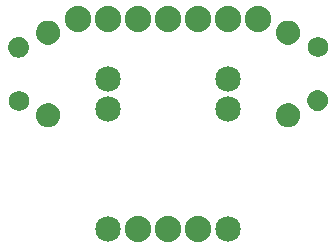
<source format=gts>
G04 MADE WITH FRITZING*
G04 WWW.FRITZING.ORG*
G04 DOUBLE SIDED*
G04 HOLES PLATED*
G04 CONTOUR ON CENTER OF CONTOUR VECTOR*
%ASAXBY*%
%FSLAX23Y23*%
%MOIN*%
%OFA0B0*%
%SFA1.0B1.0*%
%ADD10C,0.088000*%
%ADD11C,0.069055*%
%ADD12C,0.085000*%
%ADD13R,0.001000X0.001000*%
%LNMASK1*%
G90*
G70*
G54D10*
X690Y73D03*
X590Y73D03*
X490Y73D03*
G54D11*
X92Y500D03*
X1089Y678D03*
G54D12*
X390Y573D03*
X790Y573D03*
G54D10*
X890Y773D03*
X790Y773D03*
X690Y773D03*
X590Y773D03*
X490Y773D03*
X390Y773D03*
X290Y773D03*
G54D12*
X390Y473D03*
X390Y73D03*
X790Y473D03*
X790Y73D03*
G54D13*
X184Y767D02*
X196Y767D01*
X984Y767D02*
X996Y767D01*
X180Y766D02*
X200Y766D01*
X979Y766D02*
X1000Y766D01*
X176Y765D02*
X203Y765D01*
X976Y765D02*
X1003Y765D01*
X174Y764D02*
X206Y764D01*
X974Y764D02*
X1006Y764D01*
X172Y763D02*
X208Y763D01*
X972Y763D02*
X1008Y763D01*
X170Y762D02*
X210Y762D01*
X970Y762D02*
X1010Y762D01*
X168Y761D02*
X211Y761D01*
X968Y761D02*
X1011Y761D01*
X167Y760D02*
X213Y760D01*
X967Y760D02*
X1013Y760D01*
X166Y759D02*
X214Y759D01*
X966Y759D02*
X1014Y759D01*
X164Y758D02*
X215Y758D01*
X964Y758D02*
X1015Y758D01*
X163Y757D02*
X217Y757D01*
X963Y757D02*
X1017Y757D01*
X162Y756D02*
X218Y756D01*
X962Y756D02*
X1018Y756D01*
X161Y755D02*
X219Y755D01*
X961Y755D02*
X1019Y755D01*
X160Y754D02*
X220Y754D01*
X960Y754D02*
X1020Y754D01*
X159Y753D02*
X220Y753D01*
X959Y753D02*
X1020Y753D01*
X159Y752D02*
X221Y752D01*
X959Y752D02*
X1021Y752D01*
X158Y751D02*
X222Y751D01*
X958Y751D02*
X1022Y751D01*
X157Y750D02*
X223Y750D01*
X957Y750D02*
X1023Y750D01*
X157Y749D02*
X223Y749D01*
X956Y749D02*
X1023Y749D01*
X156Y748D02*
X224Y748D01*
X956Y748D02*
X1024Y748D01*
X155Y747D02*
X225Y747D01*
X955Y747D02*
X1024Y747D01*
X155Y746D02*
X225Y746D01*
X955Y746D02*
X1025Y746D01*
X154Y745D02*
X226Y745D01*
X954Y745D02*
X1026Y745D01*
X154Y744D02*
X226Y744D01*
X954Y744D02*
X1026Y744D01*
X153Y743D02*
X227Y743D01*
X953Y743D02*
X1027Y743D01*
X153Y742D02*
X227Y742D01*
X953Y742D02*
X1027Y742D01*
X152Y741D02*
X227Y741D01*
X952Y741D02*
X1027Y741D01*
X152Y740D02*
X228Y740D01*
X952Y740D02*
X1028Y740D01*
X152Y739D02*
X228Y739D01*
X952Y739D02*
X1028Y739D01*
X152Y738D02*
X228Y738D01*
X951Y738D02*
X1028Y738D01*
X151Y737D02*
X229Y737D01*
X951Y737D02*
X1028Y737D01*
X151Y736D02*
X229Y736D01*
X951Y736D02*
X1029Y736D01*
X151Y735D02*
X229Y735D01*
X951Y735D02*
X1029Y735D01*
X151Y734D02*
X229Y734D01*
X951Y734D02*
X1029Y734D01*
X151Y733D02*
X229Y733D01*
X950Y733D02*
X1029Y733D01*
X150Y732D02*
X229Y732D01*
X950Y732D02*
X1029Y732D01*
X150Y731D02*
X230Y731D01*
X950Y731D02*
X1030Y731D01*
X150Y730D02*
X230Y730D01*
X950Y730D02*
X1030Y730D01*
X150Y729D02*
X230Y729D01*
X950Y729D02*
X1030Y729D01*
X150Y728D02*
X230Y728D01*
X950Y728D02*
X1030Y728D01*
X150Y727D02*
X230Y727D01*
X950Y727D02*
X1030Y727D01*
X150Y726D02*
X230Y726D01*
X950Y726D02*
X1030Y726D01*
X150Y725D02*
X230Y725D01*
X950Y725D02*
X1030Y725D01*
X150Y724D02*
X230Y724D01*
X950Y724D02*
X1030Y724D01*
X150Y723D02*
X230Y723D01*
X950Y723D02*
X1030Y723D01*
X150Y722D02*
X229Y722D01*
X950Y722D02*
X1029Y722D01*
X151Y721D02*
X229Y721D01*
X950Y721D02*
X1029Y721D01*
X151Y720D02*
X229Y720D01*
X951Y720D02*
X1029Y720D01*
X151Y719D02*
X229Y719D01*
X951Y719D02*
X1029Y719D01*
X151Y718D02*
X229Y718D01*
X951Y718D02*
X1029Y718D01*
X151Y717D02*
X228Y717D01*
X951Y717D02*
X1028Y717D01*
X152Y716D02*
X228Y716D01*
X952Y716D02*
X1028Y716D01*
X152Y715D02*
X228Y715D01*
X952Y715D02*
X1028Y715D01*
X152Y714D02*
X228Y714D01*
X952Y714D02*
X1028Y714D01*
X153Y713D02*
X227Y713D01*
X953Y713D02*
X1027Y713D01*
X87Y712D02*
X96Y712D01*
X153Y712D02*
X227Y712D01*
X953Y712D02*
X1027Y712D01*
X82Y711D02*
X101Y711D01*
X153Y711D02*
X226Y711D01*
X953Y711D02*
X1026Y711D01*
X79Y710D02*
X104Y710D01*
X154Y710D02*
X226Y710D01*
X954Y710D02*
X1026Y710D01*
X77Y709D02*
X106Y709D01*
X154Y709D02*
X225Y709D01*
X954Y709D02*
X1025Y709D01*
X75Y708D02*
X108Y708D01*
X155Y708D02*
X225Y708D01*
X955Y708D02*
X1025Y708D01*
X74Y707D02*
X109Y707D01*
X155Y707D02*
X224Y707D01*
X955Y707D02*
X1024Y707D01*
X72Y706D02*
X111Y706D01*
X156Y706D02*
X224Y706D01*
X956Y706D02*
X1024Y706D01*
X71Y705D02*
X112Y705D01*
X157Y705D02*
X223Y705D01*
X957Y705D02*
X1023Y705D01*
X69Y704D02*
X114Y704D01*
X157Y704D02*
X222Y704D01*
X957Y704D02*
X1022Y704D01*
X68Y703D02*
X115Y703D01*
X158Y703D02*
X222Y703D01*
X958Y703D02*
X1022Y703D01*
X67Y702D02*
X116Y702D01*
X159Y702D02*
X221Y702D01*
X959Y702D02*
X1021Y702D01*
X66Y701D02*
X117Y701D01*
X160Y701D02*
X220Y701D01*
X960Y701D02*
X1020Y701D01*
X66Y700D02*
X117Y700D01*
X161Y700D02*
X219Y700D01*
X960Y700D02*
X1019Y700D01*
X65Y699D02*
X118Y699D01*
X161Y699D02*
X218Y699D01*
X961Y699D02*
X1018Y699D01*
X64Y698D02*
X119Y698D01*
X162Y698D02*
X217Y698D01*
X962Y698D02*
X1017Y698D01*
X63Y697D02*
X120Y697D01*
X164Y697D02*
X216Y697D01*
X964Y697D02*
X1016Y697D01*
X63Y696D02*
X120Y696D01*
X165Y696D02*
X215Y696D01*
X965Y696D02*
X1015Y696D01*
X62Y695D02*
X121Y695D01*
X166Y695D02*
X214Y695D01*
X966Y695D02*
X1014Y695D01*
X61Y694D02*
X122Y694D01*
X167Y694D02*
X212Y694D01*
X967Y694D02*
X1012Y694D01*
X61Y693D02*
X122Y693D01*
X169Y693D02*
X211Y693D01*
X969Y693D02*
X1011Y693D01*
X60Y692D02*
X122Y692D01*
X171Y692D02*
X209Y692D01*
X971Y692D02*
X1009Y692D01*
X60Y691D02*
X123Y691D01*
X172Y691D02*
X207Y691D01*
X972Y691D02*
X1007Y691D01*
X60Y690D02*
X123Y690D01*
X174Y690D02*
X205Y690D01*
X974Y690D02*
X1005Y690D01*
X59Y689D02*
X124Y689D01*
X177Y689D02*
X203Y689D01*
X977Y689D02*
X1002Y689D01*
X59Y688D02*
X124Y688D01*
X181Y688D02*
X199Y688D01*
X981Y688D02*
X999Y688D01*
X59Y687D02*
X124Y687D01*
X186Y687D02*
X194Y687D01*
X986Y687D02*
X993Y687D01*
X59Y686D02*
X124Y686D01*
X58Y685D02*
X125Y685D01*
X58Y684D02*
X125Y684D01*
X58Y683D02*
X125Y683D01*
X58Y682D02*
X125Y682D01*
X58Y681D02*
X125Y681D01*
X58Y680D02*
X125Y680D01*
X58Y679D02*
X125Y679D01*
X57Y678D02*
X126Y678D01*
X58Y677D02*
X125Y677D01*
X58Y676D02*
X125Y676D01*
X58Y675D02*
X125Y675D01*
X58Y674D02*
X125Y674D01*
X58Y673D02*
X125Y673D01*
X58Y672D02*
X125Y672D01*
X58Y671D02*
X125Y671D01*
X58Y670D02*
X124Y670D01*
X59Y669D02*
X124Y669D01*
X59Y668D02*
X124Y668D01*
X59Y667D02*
X124Y667D01*
X60Y666D02*
X123Y666D01*
X60Y665D02*
X123Y665D01*
X60Y664D02*
X123Y664D01*
X61Y663D02*
X122Y663D01*
X61Y662D02*
X122Y662D01*
X62Y661D02*
X121Y661D01*
X63Y660D02*
X120Y660D01*
X63Y659D02*
X120Y659D01*
X64Y658D02*
X119Y658D01*
X65Y657D02*
X118Y657D01*
X65Y656D02*
X118Y656D01*
X66Y655D02*
X117Y655D01*
X67Y654D02*
X116Y654D01*
X68Y653D02*
X115Y653D01*
X69Y652D02*
X114Y652D01*
X71Y651D02*
X112Y651D01*
X72Y650D02*
X111Y650D01*
X73Y649D02*
X110Y649D01*
X75Y648D02*
X108Y648D01*
X77Y647D02*
X106Y647D01*
X79Y646D02*
X104Y646D01*
X82Y645D02*
X101Y645D01*
X86Y644D02*
X97Y644D01*
X1084Y535D02*
X1092Y535D01*
X1080Y534D02*
X1097Y534D01*
X1076Y533D02*
X1100Y533D01*
X1074Y532D02*
X1102Y532D01*
X1072Y531D02*
X1104Y531D01*
X1070Y530D02*
X1106Y530D01*
X1069Y529D02*
X1108Y529D01*
X1068Y528D02*
X1109Y528D01*
X1066Y527D02*
X1110Y527D01*
X1065Y526D02*
X1111Y526D01*
X1064Y525D02*
X1112Y525D01*
X1063Y524D02*
X1113Y524D01*
X1062Y523D02*
X1114Y523D01*
X1062Y522D02*
X1115Y522D01*
X1061Y521D02*
X1116Y521D01*
X1060Y520D02*
X1116Y520D01*
X1060Y519D02*
X1117Y519D01*
X1059Y518D02*
X1118Y518D01*
X1058Y517D02*
X1118Y517D01*
X1058Y516D02*
X1119Y516D01*
X1057Y515D02*
X1119Y515D01*
X1057Y514D02*
X1120Y514D01*
X1057Y513D02*
X1120Y513D01*
X1056Y512D02*
X1120Y512D01*
X1056Y511D02*
X1121Y511D01*
X1056Y510D02*
X1121Y510D01*
X1055Y509D02*
X1121Y509D01*
X1055Y508D02*
X1121Y508D01*
X1055Y507D02*
X1122Y507D01*
X1055Y506D02*
X1122Y506D01*
X1055Y505D02*
X1122Y505D01*
X1054Y504D02*
X1122Y504D01*
X1054Y503D02*
X1122Y503D01*
X1054Y502D02*
X1122Y502D01*
X1054Y501D02*
X1122Y501D01*
X1054Y500D02*
X1122Y500D01*
X1054Y499D02*
X1122Y499D01*
X1054Y498D02*
X1122Y498D01*
X1055Y497D02*
X1122Y497D01*
X1055Y496D02*
X1122Y496D01*
X1055Y495D02*
X1122Y495D01*
X1055Y494D02*
X1122Y494D01*
X1055Y493D02*
X1121Y493D01*
X990Y492D02*
X990Y492D01*
X1055Y492D02*
X1121Y492D01*
X182Y491D02*
X198Y491D01*
X982Y491D02*
X998Y491D01*
X1056Y491D02*
X1121Y491D01*
X178Y490D02*
X202Y490D01*
X978Y490D02*
X1002Y490D01*
X1056Y490D02*
X1120Y490D01*
X175Y489D02*
X205Y489D01*
X975Y489D02*
X1005Y489D01*
X1056Y489D02*
X1120Y489D01*
X173Y488D02*
X207Y488D01*
X973Y488D02*
X1007Y488D01*
X1057Y488D02*
X1120Y488D01*
X171Y487D02*
X209Y487D01*
X971Y487D02*
X1009Y487D01*
X1057Y487D02*
X1119Y487D01*
X169Y486D02*
X210Y486D01*
X969Y486D02*
X1010Y486D01*
X1058Y486D02*
X1119Y486D01*
X168Y485D02*
X212Y485D01*
X968Y485D02*
X1012Y485D01*
X1058Y485D02*
X1118Y485D01*
X166Y484D02*
X213Y484D01*
X966Y484D02*
X1013Y484D01*
X1059Y484D02*
X1118Y484D01*
X165Y483D02*
X215Y483D01*
X965Y483D02*
X1015Y483D01*
X1059Y483D02*
X1117Y483D01*
X164Y482D02*
X216Y482D01*
X964Y482D02*
X1016Y482D01*
X1060Y482D02*
X1117Y482D01*
X163Y481D02*
X217Y481D01*
X963Y481D02*
X1017Y481D01*
X1061Y481D02*
X1116Y481D01*
X162Y480D02*
X218Y480D01*
X962Y480D02*
X1018Y480D01*
X1061Y480D02*
X1115Y480D01*
X161Y479D02*
X219Y479D01*
X961Y479D02*
X1019Y479D01*
X1062Y479D02*
X1114Y479D01*
X160Y478D02*
X220Y478D01*
X960Y478D02*
X1020Y478D01*
X1063Y478D02*
X1114Y478D01*
X159Y477D02*
X221Y477D01*
X959Y477D02*
X1021Y477D01*
X1064Y477D02*
X1113Y477D01*
X158Y476D02*
X222Y476D01*
X958Y476D02*
X1021Y476D01*
X1065Y476D02*
X1112Y476D01*
X158Y475D02*
X222Y475D01*
X957Y475D02*
X1022Y475D01*
X1066Y475D02*
X1111Y475D01*
X157Y474D02*
X223Y474D01*
X957Y474D02*
X1023Y474D01*
X1067Y474D02*
X1109Y474D01*
X156Y473D02*
X224Y473D01*
X956Y473D02*
X1024Y473D01*
X1068Y473D02*
X1108Y473D01*
X156Y472D02*
X224Y472D01*
X956Y472D02*
X1024Y472D01*
X1070Y472D02*
X1107Y472D01*
X155Y471D02*
X225Y471D01*
X955Y471D02*
X1025Y471D01*
X1072Y471D02*
X1105Y471D01*
X154Y470D02*
X225Y470D01*
X954Y470D02*
X1025Y470D01*
X1073Y470D02*
X1103Y470D01*
X154Y469D02*
X226Y469D01*
X954Y469D02*
X1026Y469D01*
X1075Y469D02*
X1101Y469D01*
X154Y468D02*
X226Y468D01*
X953Y468D02*
X1026Y468D01*
X1078Y468D02*
X1098Y468D01*
X153Y467D02*
X227Y467D01*
X953Y467D02*
X1027Y467D01*
X1082Y467D02*
X1094Y467D01*
X153Y466D02*
X227Y466D01*
X953Y466D02*
X1027Y466D01*
X152Y465D02*
X227Y465D01*
X952Y465D02*
X1027Y465D01*
X152Y464D02*
X228Y464D01*
X952Y464D02*
X1028Y464D01*
X152Y463D02*
X228Y463D01*
X952Y463D02*
X1028Y463D01*
X151Y462D02*
X228Y462D01*
X951Y462D02*
X1028Y462D01*
X151Y461D02*
X229Y461D01*
X951Y461D02*
X1029Y461D01*
X151Y460D02*
X229Y460D01*
X951Y460D02*
X1029Y460D01*
X151Y459D02*
X229Y459D01*
X951Y459D02*
X1029Y459D01*
X151Y458D02*
X229Y458D01*
X951Y458D02*
X1029Y458D01*
X150Y457D02*
X229Y457D01*
X950Y457D02*
X1029Y457D01*
X150Y456D02*
X230Y456D01*
X950Y456D02*
X1029Y456D01*
X150Y455D02*
X230Y455D01*
X950Y455D02*
X1030Y455D01*
X150Y454D02*
X230Y454D01*
X950Y454D02*
X1030Y454D01*
X150Y453D02*
X230Y453D01*
X950Y453D02*
X1030Y453D01*
X150Y452D02*
X230Y452D01*
X950Y452D02*
X1030Y452D01*
X150Y451D02*
X230Y451D01*
X950Y451D02*
X1030Y451D01*
X150Y450D02*
X230Y450D01*
X950Y450D02*
X1030Y450D01*
X150Y449D02*
X230Y449D01*
X950Y449D02*
X1030Y449D01*
X150Y448D02*
X230Y448D01*
X950Y448D02*
X1030Y448D01*
X150Y447D02*
X230Y447D01*
X950Y447D02*
X1029Y447D01*
X150Y446D02*
X229Y446D01*
X950Y446D02*
X1029Y446D01*
X151Y445D02*
X229Y445D01*
X951Y445D02*
X1029Y445D01*
X151Y444D02*
X229Y444D01*
X951Y444D02*
X1029Y444D01*
X151Y443D02*
X229Y443D01*
X951Y443D02*
X1029Y443D01*
X151Y442D02*
X229Y442D01*
X951Y442D02*
X1029Y442D01*
X151Y441D02*
X228Y441D01*
X951Y441D02*
X1028Y441D01*
X152Y440D02*
X228Y440D01*
X952Y440D02*
X1028Y440D01*
X152Y439D02*
X228Y439D01*
X952Y439D02*
X1028Y439D01*
X152Y438D02*
X227Y438D01*
X952Y438D02*
X1027Y438D01*
X153Y437D02*
X227Y437D01*
X953Y437D02*
X1027Y437D01*
X153Y436D02*
X227Y436D01*
X953Y436D02*
X1027Y436D01*
X154Y435D02*
X226Y435D01*
X954Y435D02*
X1026Y435D01*
X154Y434D02*
X226Y434D01*
X954Y434D02*
X1026Y434D01*
X155Y433D02*
X225Y433D01*
X955Y433D02*
X1025Y433D01*
X155Y432D02*
X225Y432D01*
X955Y432D02*
X1025Y432D01*
X156Y431D02*
X224Y431D01*
X956Y431D02*
X1024Y431D01*
X156Y430D02*
X223Y430D01*
X956Y430D02*
X1023Y430D01*
X157Y429D02*
X223Y429D01*
X957Y429D02*
X1023Y429D01*
X158Y428D02*
X222Y428D01*
X958Y428D02*
X1022Y428D01*
X158Y427D02*
X221Y427D01*
X958Y427D02*
X1021Y427D01*
X159Y426D02*
X221Y426D01*
X959Y426D02*
X1021Y426D01*
X160Y425D02*
X220Y425D01*
X960Y425D02*
X1020Y425D01*
X161Y424D02*
X219Y424D01*
X961Y424D02*
X1019Y424D01*
X162Y423D02*
X218Y423D01*
X962Y423D02*
X1018Y423D01*
X163Y422D02*
X217Y422D01*
X963Y422D02*
X1017Y422D01*
X164Y421D02*
X216Y421D01*
X964Y421D02*
X1016Y421D01*
X165Y420D02*
X215Y420D01*
X965Y420D02*
X1014Y420D01*
X167Y419D02*
X213Y419D01*
X967Y419D02*
X1013Y419D01*
X168Y418D02*
X212Y418D01*
X968Y418D02*
X1012Y418D01*
X170Y417D02*
X210Y417D01*
X970Y417D02*
X1010Y417D01*
X171Y416D02*
X209Y416D01*
X971Y416D02*
X1008Y416D01*
X173Y415D02*
X207Y415D01*
X973Y415D02*
X1006Y415D01*
X176Y414D02*
X204Y414D01*
X976Y414D02*
X1004Y414D01*
X178Y413D02*
X201Y413D01*
X978Y413D02*
X1001Y413D01*
X183Y412D02*
X197Y412D01*
X983Y412D02*
X997Y412D01*
D02*
G04 End of Mask1*
M02*
</source>
